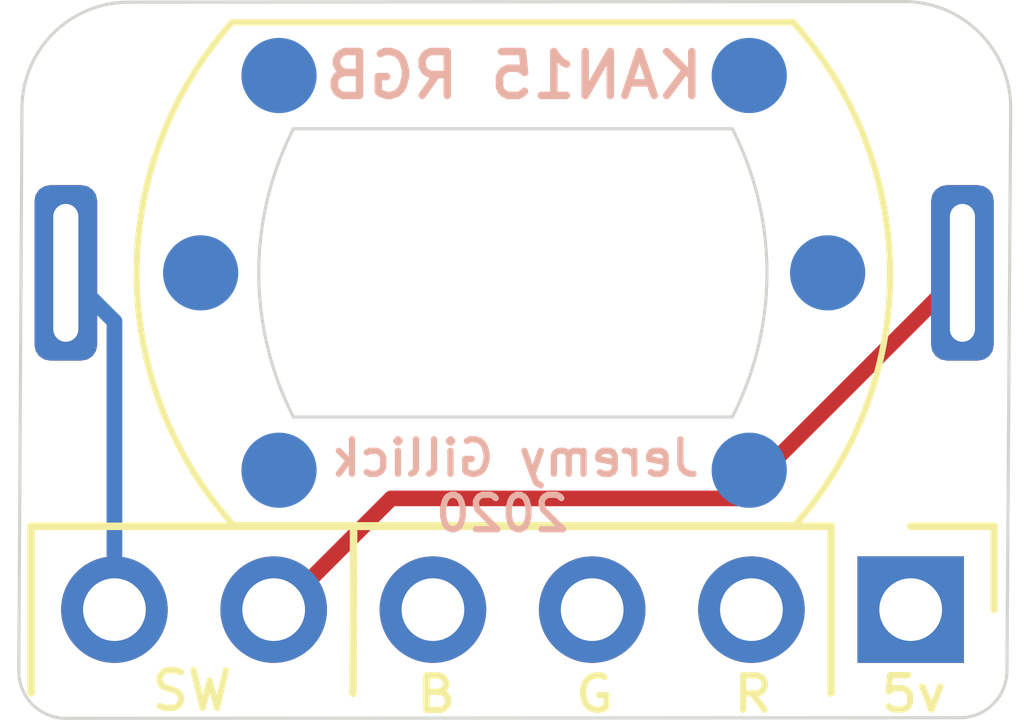
<source format=kicad_pcb>
(kicad_pcb (version 20171130) (host pcbnew "(5.1.6-0-10_14)")

  (general
    (thickness 1.6)
    (drawings 20)
    (tracks 5)
    (zones 0)
    (modules 3)
    (nets 3)
  )

  (page A4)
  (layers
    (0 F.Cu signal)
    (31 B.Cu signal)
    (32 B.Adhes user)
    (33 F.Adhes user)
    (34 B.Paste user)
    (35 F.Paste user)
    (36 B.SilkS user)
    (37 F.SilkS user)
    (38 B.Mask user)
    (39 F.Mask user)
    (40 Dwgs.User user)
    (41 Cmts.User user)
    (42 Eco1.User user)
    (43 Eco2.User user)
    (44 Edge.Cuts user)
    (45 Margin user)
    (46 B.CrtYd user)
    (47 F.CrtYd user)
    (48 B.Fab user)
    (49 F.Fab user hide)
  )

  (setup
    (last_trace_width 0.25)
    (trace_clearance 0.2)
    (zone_clearance 0.508)
    (zone_45_only no)
    (trace_min 0.2)
    (via_size 0.8)
    (via_drill 0.4)
    (via_min_size 0.4)
    (via_min_drill 0.3)
    (uvia_size 0.3)
    (uvia_drill 0.1)
    (uvias_allowed no)
    (uvia_min_size 0.2)
    (uvia_min_drill 0.1)
    (edge_width 0.05)
    (segment_width 0.2)
    (pcb_text_width 0.3)
    (pcb_text_size 1.5 1.5)
    (mod_edge_width 0.12)
    (mod_text_size 1 1)
    (mod_text_width 0.15)
    (pad_size 1.524 1.524)
    (pad_drill 0.762)
    (pad_to_mask_clearance 0.05)
    (aux_axis_origin 0 0)
    (visible_elements FFFFFF7F)
    (pcbplotparams
      (layerselection 0x010fc_ffffffff)
      (usegerberextensions false)
      (usegerberattributes true)
      (usegerberadvancedattributes true)
      (creategerberjobfile true)
      (excludeedgelayer true)
      (linewidth 0.100000)
      (plotframeref false)
      (viasonmask false)
      (mode 1)
      (useauxorigin false)
      (hpglpennumber 1)
      (hpglpenspeed 20)
      (hpglpendiameter 15.000000)
      (psnegative false)
      (psa4output false)
      (plotreference true)
      (plotvalue true)
      (plotinvisibletext false)
      (padsonsilk false)
      (subtractmaskfromsilk false)
      (outputformat 1)
      (mirror false)
      (drillshape 1)
      (scaleselection 1)
      (outputdirectory ""))
  )

  (net 0 "")
  (net 1 /SW1)
  (net 2 /SW2)

  (net_class Default "This is the default net class."
    (clearance 0.2)
    (trace_width 0.25)
    (via_dia 0.8)
    (via_drill 0.4)
    (uvia_dia 0.3)
    (uvia_drill 0.1)
    (add_net /SW1)
    (add_net /SW2)
  )

  (module project-libs:Connection_Points (layer B.Cu) (tedit 5F73D40D) (tstamp 5F844F9A)
    (at 123.6 117.14)
    (fp_text reference ConnPoints (at -0.04 -8.07) (layer B.SilkS) hide
      (effects (font (size 1 1) (thickness 0.15)) (justify mirror))
    )
    (fp_text value Connection_Points (at 0 -6.31) (layer B.Fab) hide
      (effects (font (size 1 1) (thickness 0.15)) (justify mirror))
    )
    (pad "" smd circle (at 3.75 -3.15) (size 1.2 1.2) (layers B.Cu B.Paste B.Mask))
    (pad "" smd circle (at 3.75 3.15) (size 1.2 1.2) (layers B.Cu B.Paste B.Mask))
    (pad "" smd circle (at 5 0) (size 1.2 1.2) (layers B.Cu B.Paste B.Mask))
    (pad "" smd circle (at -3.75 -3.15) (size 1.2 1.2) (layers B.Cu B.Paste B.Mask))
    (pad "" smd circle (at -3.75 3.15) (size 1.2 1.2) (layers B.Cu B.Paste B.Mask))
    (pad "" smd circle (at -5 0) (size 1.2 1.2) (layers B.Cu B.Paste B.Mask))
  )

  (module Connector_PinHeader_2.54mm:PinHeader_1x06_P2.54mm_Vertical (layer F.Cu) (tedit 5F83F28F) (tstamp 5F84521F)
    (at 129.925 122.515 270)
    (descr "Through hole straight pin header, 1x06, 2.54mm pitch, single row")
    (tags "Through hole pin header THT 1x06 2.54mm single row")
    (path /5F636263)
    (fp_text reference J1 (at 0 -2.33 270) (layer F.SilkS) hide
      (effects (font (size 1 1) (thickness 0.15)))
    )
    (fp_text value Conn_01x06 (at 0 15.03 270) (layer F.Fab)
      (effects (font (size 1 1) (thickness 0.15)))
    )
    (fp_line (start 1.8 -1.8) (end -1.8 -1.8) (layer F.CrtYd) (width 0.05))
    (fp_line (start 1.8 14.5) (end 1.8 -1.8) (layer F.CrtYd) (width 0.05))
    (fp_line (start -1.8 14.5) (end 1.8 14.5) (layer F.CrtYd) (width 0.05))
    (fp_line (start -1.8 -1.8) (end -1.8 14.5) (layer F.CrtYd) (width 0.05))
    (fp_line (start -1.33 -1.33) (end 0 -1.33) (layer F.SilkS) (width 0.12))
    (fp_line (start -1.33 0) (end -1.33 -1.33) (layer F.SilkS) (width 0.12))
    (fp_line (start -1.33 1.27) (end 1.33 1.27) (layer F.SilkS) (width 0.12))
    (fp_line (start -1.33 1.27) (end -1.33 14.03) (layer F.SilkS) (width 0.12))
    (fp_line (start -1.33 14.03) (end 1.33 14.03) (layer F.SilkS) (width 0.12))
    (fp_line (start -1.27 -0.635) (end -0.635 -1.27) (layer F.Fab) (width 0.1))
    (fp_line (start -1.27 13.97) (end -1.27 -0.635) (layer F.Fab) (width 0.1))
    (fp_line (start 1.27 13.97) (end -1.27 13.97) (layer F.Fab) (width 0.1))
    (fp_line (start 1.27 -1.27) (end 1.27 13.97) (layer F.Fab) (width 0.1))
    (fp_line (start -0.635 -1.27) (end 1.27 -1.27) (layer F.Fab) (width 0.1))
    (fp_text user %R (at 0 6.35) (layer F.Fab)
      (effects (font (size 1 1) (thickness 0.15)))
    )
    (pad 6 thru_hole oval (at 0 12.7 270) (size 1.7 1.7) (drill 1) (layers *.Cu *.Mask)
      (net 2 /SW2))
    (pad 5 thru_hole oval (at 0 10.16 270) (size 1.7 1.7) (drill 1) (layers *.Cu *.Mask)
      (net 1 /SW1))
    (pad 4 thru_hole oval (at 0 7.62 270) (size 1.7 1.7) (drill 1) (layers *.Cu *.Mask))
    (pad 3 thru_hole oval (at 0 5.08 270) (size 1.7 1.7) (drill 1) (layers *.Cu *.Mask))
    (pad 2 thru_hole oval (at 0 2.54 270) (size 1.7 1.7) (drill 1) (layers *.Cu *.Mask))
    (pad 1 thru_hole rect (at 0 0 270) (size 1.7 1.7) (drill 1) (layers *.Cu *.Mask))
  )

  (module "Jeremy Button/Switch:SW_KAN-15_PHT" (layer F.Cu) (tedit 5F62E4DB) (tstamp 5F62E7AF)
    (at 123.6 117.14 180)
    (descr "PUSH BUTTON SWITCH - DC30V 1A - https://www.aliexpress.com/item/32818559623.html")
    (tags "flashlight pushbutton")
    (path /5F62E467)
    (fp_text reference SW1 (at 0 0.15 180) (layer F.SilkS) hide
      (effects (font (size 1 1) (thickness 0.15)))
    )
    (fp_text value KAN-15 (at 0.4 5.375 180) (layer F.Fab)
      (effects (font (size 1 1) (thickness 0.15)))
    )
    (fp_line (start -4.45 4) (end 4.5 4) (layer F.SilkS) (width 0.1))
    (fp_line (start 4.474321 -4.028703) (end -4.475679 -4.028703) (layer F.SilkS) (width 0.1))
    (fp_line (start -6.21 -4.2) (end -0.01 -4.2) (layer F.CrtYd) (width 0.05))
    (fp_line (start -0.01 -4.2) (end -0.01 -2.25) (layer F.CrtYd) (width 0.05))
    (fp_line (start 6.166885 -4.192841) (end 0.01 -4.2) (layer F.CrtYd) (width 0.05))
    (fp_line (start 0.01 -4.2) (end 0.01 -2.25) (layer F.CrtYd) (width 0.05))
    (fp_line (start 0.01 -2.25) (end 3.56 -2.25) (layer F.CrtYd) (width 0.05))
    (fp_line (start -0.01 -2.25) (end -3.55 -2.25) (layer F.CrtYd) (width 0.05))
    (fp_line (start 6.16 4.2) (end 0.01 4.2) (layer F.CrtYd) (width 0.05))
    (fp_line (start 0.01 4.2) (end 0.01 2.25) (layer F.CrtYd) (width 0.05))
    (fp_line (start 0.01 2.25) (end 3.56 2.249999) (layer F.CrtYd) (width 0.05))
    (fp_line (start -6.216885 4.192841) (end -0.01 4.2) (layer F.CrtYd) (width 0.05))
    (fp_line (start -0.01 4.2) (end -0.01 2.25) (layer F.CrtYd) (width 0.05))
    (fp_line (start -0.01 2.25) (end -3.55 2.249999) (layer F.CrtYd) (width 0.05))
    (fp_arc (start -2.05 -0.000001) (end 3.56 2.249999) (angle -43.70842119) (layer F.CrtYd) (width 0.05))
    (fp_arc (start 1.8 0) (end 6.16 4.2) (angle -87.76434705) (layer F.CrtYd) (width 0.05))
    (fp_arc (start 2.06 0) (end -3.55 -2.25) (angle -43.70842119) (layer F.CrtYd) (width 0.05))
    (fp_arc (start -1.85 0) (end -6.21 -4.2) (angle -87.76434705) (layer F.CrtYd) (width 0.05))
    (fp_arc (start 0.024321 -0.028703) (end -4.475679 -4.028703) (angle -83.63358372) (layer F.SilkS) (width 0.1))
    (fp_arc (start 0 0) (end 4.5 4) (angle -83.63358372) (layer F.SilkS) (width 0.1))
    (pad 1 thru_hole roundrect (at -7.15 0 180) (size 1 2.8) (drill oval 0.4 2.2) (layers *.Cu *.Mask) (roundrect_rratio 0.25)
      (net 1 /SW1))
    (pad 2 thru_hole roundrect (at 7.15 0 180) (size 1 2.8) (drill oval 0.4 2.2) (layers *.Cu *.Mask) (roundrect_rratio 0.25)
      (net 2 /SW2))
    (model ${JGILLICK_LIBS}/3dmodels/Button_Switch.3dshapes/SW_KAN-15_PTH.step
      (at (xyz 0 0 0))
      (scale (xyz 1 1 1))
      (rotate (xyz 0 0 0))
    )
  )

  (gr_text SW (at 118.46 123.81) (layer F.SilkS)
    (effects (font (size 0.6 0.6) (thickness 0.1)))
  )
  (gr_text 5v (at 129.97 123.86) (layer F.SilkS) (tstamp 5F845103)
    (effects (font (size 0.55 0.6) (thickness 0.1)))
  )
  (gr_line (start 121.03 123.85) (end 121.04 121.18) (layer F.SilkS) (width 0.12))
  (gr_line (start 120.08 114.84) (end 127.08 114.84) (layer Edge.Cuts) (width 0.05) (tstamp 5F83F1E2))
  (gr_line (start 120.08 119.44) (end 127.08 119.439999) (layer Edge.Cuts) (width 0.05) (tstamp 5F83F1E1))
  (gr_arc (start 124.59 117.14) (end 120.080001 114.840001) (angle -54.04114679) (layer Edge.Cuts) (width 0.05) (tstamp 5F83F1E0))
  (gr_arc (start 122.570001 117.14) (end 127.08 119.439999) (angle -54.04114679) (layer Edge.Cuts) (width 0.05) (tstamp 5F83F1DF))
  (gr_arc (start 130.71 123.49) (end 130.71 124.24) (angle -90) (layer Edge.Cuts) (width 0.05) (tstamp 5F64B50B))
  (gr_arc (start 116.45 123.5) (end 115.7 123.5) (angle -90) (layer Edge.Cuts) (width 0.05))
  (gr_arc (start 117.450001 114.519999) (end 117.46 112.82) (angle -90.3) (layer Edge.Cuts) (width 0.05) (tstamp 5F64B37D))
  (gr_arc (start 129.820001 114.510001) (end 131.52 114.52) (angle -90.3) (layer Edge.Cuts) (width 0.05) (tstamp 5F64B347))
  (gr_text R (at 127.41 123.865) (layer F.SilkS)
    (effects (font (size 0.55 0.6) (thickness 0.1)))
  )
  (gr_text G (at 124.885 123.865) (layer F.SilkS)
    (effects (font (size 0.55 0.6) (thickness 0.1)))
  )
  (gr_text B (at 122.36 123.865) (layer F.SilkS)
    (effects (font (size 0.55 0.6) (thickness 0.1)))
  )
  (gr_text "Jeremy Gillick \n2020" (at 123.41 120.54) (layer B.SilkS) (tstamp 5F63779C)
    (effects (font (size 0.55 0.55) (thickness 0.1)) (justify mirror))
  )
  (gr_text "KAN15 RGB" (at 123.6 113.99) (layer B.SilkS)
    (effects (font (size 0.7 0.7) (thickness 0.12)) (justify mirror))
  )
  (gr_line (start 131.52 114.52) (end 131.46 123.49) (layer Edge.Cuts) (width 0.05) (tstamp 5F635C49))
  (gr_line (start 117.46 112.82) (end 129.821099 112.809973) (layer Edge.Cuts) (width 0.05))
  (gr_line (start 115.7 123.5) (end 115.749973 114.518901) (layer Edge.Cuts) (width 0.05))
  (gr_line (start 130.71 124.24) (end 116.45 124.25) (layer Edge.Cuts) (width 0.05))

  (segment (start 130.75 117.14) (end 127.15 120.74) (width 0.25) (layer F.Cu) (net 1))
  (segment (start 127.15 120.74) (end 121.64 120.74) (width 0.25) (layer F.Cu) (net 1))
  (segment (start 121.64 120.74) (end 119.93 122.45) (width 0.25) (layer F.Cu) (net 1))
  (segment (start 117.225 122.515) (end 117.225 117.915) (width 0.25) (layer B.Cu) (net 2) (status 1000000))
  (segment (start 117.225 117.915) (end 116.45 117.14) (width 0.25) (layer B.Cu) (net 2) (status 1000000))

)

</source>
